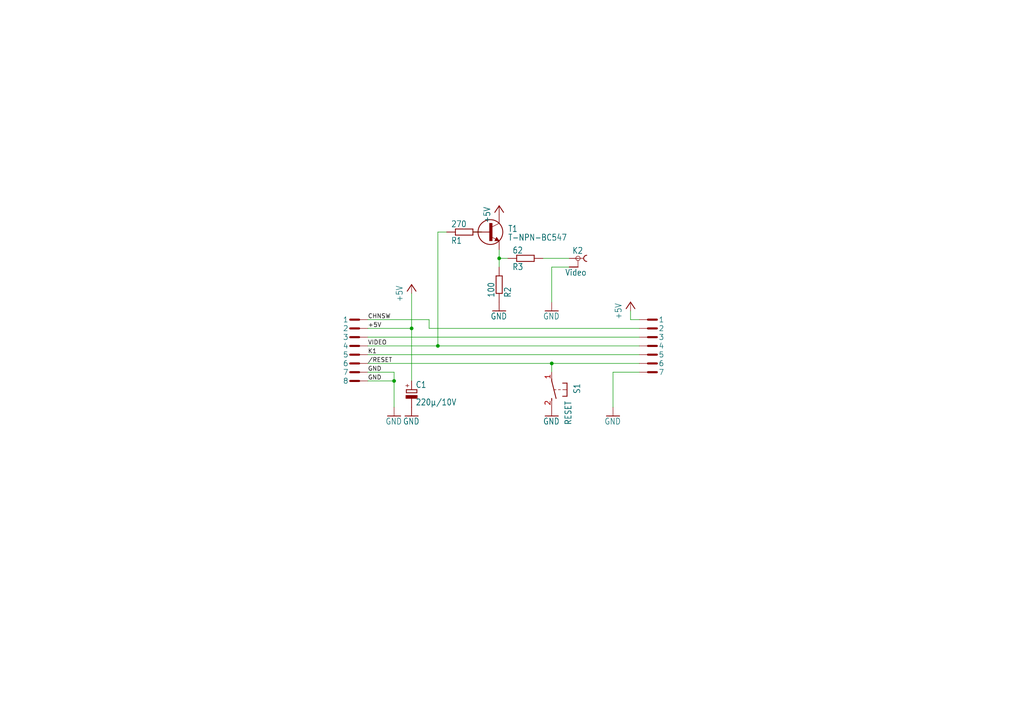
<source format=kicad_sch>
(kicad_sch (version 20250114) (generator "eeschema") (generator_version "9.0")
  (paper "A4")
  (title_block (title "Bluescreen2001 ZX81 Video Modulator") (date "2025-08-30") (rev "1"))
  (lib_symbols
    (symbol "zx81_video-eagle-import:+5V" (power)
      (symbol "+5V_1_0"
        (polyline (pts (xy 0 0) (xy -1.27 -1.905)) (stroke (width 0.254)))
        (polyline (pts (xy 1.27 -1.905) (xy 0 0)) (stroke (width 0.254)))
        (pin power_in line (at 0 -2.54 90) (length 2.54) (name "+5V") (number "1"))
      )
    )
    (symbol "zx81_video-eagle-import:31-XX"
      (property "Reference" "S" (at -6.35 -1.905 90))
      (symbol "31-XX_1_0"
        (polyline (pts (xy -4.445 1.905) (xy -4.445 0)) (stroke (width 0.254)))
        (polyline (pts (xy -4.445 1.905) (xy -3.175 1.905)) (stroke (width 0.254)))
        (polyline (pts (xy -4.445 0) (xy -4.445 -1.905)) (stroke (width 0.254)))
        (polyline (pts (xy -4.445 0) (xy -3.175 0)) (stroke (width 0.1524)))
        (polyline (pts (xy -4.445 -1.905) (xy -3.175 -1.905)) (stroke (width 0.254)))
        (polyline (pts (xy -2.54 0) (xy -1.905 0)) (stroke (width 0.1524)))
        (polyline (pts (xy -1.27 0) (xy -0.635 0)) (stroke (width 0.1524)))
        (polyline (pts (xy -0.635 0) (xy -1.27 2.54)) (stroke (width 0.254)))
        (polyline (pts (xy 0 2.54) (xy 0 3.175)) (stroke (width 0.254)))
        (polyline (pts (xy 0 -2.54) (xy -0.635 0)) (stroke (width 0.254)))
        (polyline (pts (xy 0 -3.175) (xy 0 -2.54)) (stroke (width 0.254)))
        (pin passive line (at 0 5.08 270) (length 2.54) (name "S") (number "2"))
        (pin passive line (at 0 -5.08 90) (length 2.54) (name "P") (number "1"))
      )
    )
    (symbol "zx81_video-eagle-import:CPOL-EUE2.5-6"
      (property "Reference" "C" (at 1.143 0.4826 0))
      (symbol "CPOL-EUE2.5-6_1_0"
        (rectangle (start -1.651 -2.54) (end 1.651 -1.651) (fill (type outline)))
        (polyline (pts (xy -1.524 0) (xy -1.524 -0.889)) (stroke (width 0.254)))
        (polyline (pts (xy -1.524 0) (xy 1.524 0)) (stroke (width 0.254)))
        (polyline (pts (xy -1.524 -0.889) (xy 1.524 -0.889)) (stroke (width 0.254)))
        (polyline (pts (xy 1.524 -0.889) (xy 1.524 0)) (stroke (width 0.254)))
        (text "+" (at -0.5842 0.4064 900) (effects (font (size 1.27 1.0795)) (justify left bottom)))
        (pin passive line (at 0 2.54 270) (length 2.54) (name "+") (number "+"))
        (pin passive line (at 0 -5.08 90) (length 2.54) (name "-") (number "-"))
      )
    )
    (symbol "zx81_video-eagle-import:GND" (power)
      (symbol "GND_1_0"
        (polyline (pts (xy -1.905 0) (xy 1.905 0)) (stroke (width 0.254)))
        (pin power_in line (at 0 2.54 270) (length 2.54) (name "GND") (number "1"))
      )
    )
    (symbol "zx81_video-eagle-import:PINHEAD-1X7"
      (symbol "PINHEAD-1X7_1_0"
        (polyline (pts (xy -5.08 7.62) (xy -2.54 7.62)) (stroke (width 0.6096)))
        (polyline (pts (xy -5.08 5.08) (xy -2.54 5.08)) (stroke (width 0.6096)))
        (polyline (pts (xy -5.08 2.54) (xy -2.54 2.54)) (stroke (width 0.6096)))
        (polyline (pts (xy -5.08 0) (xy -2.54 0)) (stroke (width 0.6096)))
        (polyline (pts (xy -5.08 -2.54) (xy -2.54 -2.54)) (stroke (width 0.6096)))
        (polyline (pts (xy -5.08 -5.08) (xy -2.54 -5.08)) (stroke (width 0.6096)))
        (polyline (pts (xy -5.08 -7.62) (xy -2.54 -7.62)) (stroke (width 0.6096)))
        (pin bidirectional line (at 0 7.62 180) (length 5.08) (name "1") (number "1"))
        (pin bidirectional line (at 0 5.08 180) (length 5.08) (name "2") (number "2"))
        (pin bidirectional line (at 0 2.54 180) (length 5.08) (name "3") (number "3"))
        (pin bidirectional line (at 0 0 180) (length 5.08) (name "4") (number "4"))
        (pin bidirectional line (at 0 -2.54 180) (length 5.08) (name "5") (number "5"))
        (pin bidirectional line (at 0 -5.08 180) (length 5.08) (name "6") (number "6"))
        (pin bidirectional line (at 0 -7.62 180) (length 5.08) (name "7") (number "7"))
      )
    )
    (symbol "zx81_video-eagle-import:PINHEAD-2X4"
      (symbol "PINHEAD-2X4_1_0"
        (polyline (pts (xy -5.08 7.62) (xy -2.54 7.62)) (stroke (width 0.6096)))
        (polyline (pts (xy -5.08 5.08) (xy -2.54 5.08)) (stroke (width 0.6096)))
        (polyline (pts (xy -5.08 2.54) (xy -2.54 2.54)) (stroke (width 0.6096)))
        (polyline (pts (xy -5.08 0) (xy -2.54 0)) (stroke (width 0.6096)))
        (polyline (pts (xy -5.08 -2.54) (xy -2.54 -2.54)) (stroke (width 0.6096)))
        (polyline (pts (xy -5.08 -5.08) (xy -2.54 -5.08)) (stroke (width 0.6096)))
        (polyline (pts (xy -5.08 -7.62) (xy -2.54 -7.62)) (stroke (width 0.6096)))
        (polyline (pts (xy -5.08 -10.16) (xy -2.54 -10.16)) (stroke (width 0.6096)))
        (pin bidirectional line (at 0 7.62 180) (length 5.08) (name "1") (number "1"))
        (pin bidirectional line (at 0 5.08 180) (length 5.08) (name "2") (number "2"))
        (pin bidirectional line (at 0 2.54 180) (length 5.08) (name "3") (number "3"))
        (pin bidirectional line (at 0 0 180) (length 5.08) (name "4") (number "4"))
        (pin bidirectional line (at 0 -2.54 180) (length 5.08) (name "5") (number "5"))
        (pin bidirectional line (at 0 -5.08 180) (length 5.08) (name "6") (number "6"))
        (pin bidirectional line (at 0 -7.62 180) (length 5.08) (name "7") (number "7"))
        (pin bidirectional line (at 0 -10.16 180) (length 5.08) (name "8") (number "8"))
      )
    )
    (symbol "zx81_video-eagle-import:RR207/10"
      (property "Reference" "R" (at -3.81 1.4986 0))
      (symbol "RR207/10_1_0"
        (polyline (pts (xy -2.54 -0.889) (xy -2.54 0.889)) (stroke (width 0.254)))
        (polyline (pts (xy -2.54 -0.889) (xy 2.54 -0.889)) (stroke (width 0.254)))
        (polyline (pts (xy 2.54 0.889) (xy -2.54 0.889)) (stroke (width 0.254)))
        (polyline (pts (xy 2.54 -0.889) (xy 2.54 0.889)) (stroke (width 0.254)))
        (pin passive line (at -5.08 0 0) (length 2.54) (name "1") (number "1"))
        (pin passive line (at 5.08 0 180) (length 2.54) (name "2") (number "2"))
      )
    )
    (symbol "zx81_video-eagle-import:T-NPN-BC547"
      (property "Reference" "T" (at 5.08 0 0))
      (symbol "T-NPN-BC547_1_0"
        (rectangle (start -0.254 -2.54) (end 0.508 2.54) (fill (type outline)))
        (circle (center 0 0) (radius 3.5921) (stroke (width 0.254)))
        (polyline (pts (xy 1.27 -2.54) (xy 1.778 -1.524)) (stroke (width 0.1524)))
        (polyline (pts (xy 1.524 -2.286) (xy 1.905 -2.286)) (stroke (width 0.254)))
        (polyline (pts (xy 1.524 -2.413) (xy 2.286 -2.413)) (stroke (width 0.254)))
        (polyline (pts (xy 1.54 -2.04) (xy 0.308 -1.424)) (stroke (width 0.1524)))
        (polyline (pts (xy 1.778 -1.524) (xy 2.54 -2.54)) (stroke (width 0.1524)))
        (polyline (pts (xy 1.778 -1.778) (xy 1.524 -2.286)) (stroke (width 0.254)))
        (polyline (pts (xy 1.905 -2.286) (xy 1.778 -2.032)) (stroke (width 0.254)))
        (polyline (pts (xy 2.286 -2.413) (xy 1.778 -1.778)) (stroke (width 0.254)))
        (polyline (pts (xy 2.54 2.54) (xy 0.508 1.524)) (stroke (width 0.1524)))
        (polyline (pts (xy 2.54 -2.54) (xy 1.27 -2.54)) (stroke (width 0.1524)))
        (pin passive line (at -5.08 0 0) (length 5.08) (name "B") (number "B"))
        (pin passive line (at 2.54 5.08 270) (length 2.54) (name "C") (number "C"))
        (pin passive line (at 2.54 -5.08 90) (length 2.54) (name "E") (number "E"))
      )
    )
    (symbol "zx81_video-eagle-import:TOBU3"
      (property "Reference" "X" (at -1.524 1.27 0))
      (symbol "TOBU3_1_0"
        (arc (start -2.54 0.889) (mid -1.651 0) (end -2.54 -0.889) (stroke (width 0.254)))
        (polyline (pts (xy -1.524 0) (xy 0 0)) (stroke (width 0.1524)))
        (circle (center 0 0) (radius 0.635) (stroke (width 0.1524)))
        (polyline (pts (xy 0 -2.54) (xy 0 -0.635)) (stroke (width 0.1524)))
        (pin passive line (at 2.54 0 180) (length 2.54) (name "1") (number "1"))
        (pin passive line (at 2.54 -2.54 180) (length 2.54) (name "2") (number "2"))
        (pin passive line (at 2.54 -2.54 180) (length 2.54) (name "2") (number "2@1"))
        (pin passive line (at 2.54 -2.54 180) (length 2.54) (name "2") (number "2@2"))
      )
    )
  )
  (junction (at 160.02 105.41))
  (junction (at 114.3 110.49))
  (junction (at 144.78 74.93))
  (junction (at 119.38 95.25))
  (junction (at 127 100.33))
  (wire (pts (xy 114.3 110.49) (xy 114.3 107.95)) (stroke (width 0.1524)))
  (wire (pts (xy 114.3 118.11) (xy 114.3 110.49)) (stroke (width 0.1524)))
  (wire (pts (xy 182.88 92.71) (xy 182.88 90.17)) (stroke (width 0.1524)))
  (wire (pts (xy 106.68 102.87) (xy 185.42 102.87)) (stroke (width 0.1524)))
  (wire (pts (xy 160.02 77.47) (xy 160.02 87.63)) (stroke (width 0.1524)))
  (wire (pts (xy 129.54 67.31) (xy 127 67.31)) (stroke (width 0.1524)))
  (wire (pts (xy 160.02 105.41) (xy 185.42 105.41)) (stroke (width 0.1524)))
  (wire (pts (xy 106.68 95.25) (xy 119.38 95.25)) (stroke (width 0.1524)))
  (wire (pts (xy 139.7 67.31) (xy 137.16 67.31)) (stroke (width 0.1524)))
  (wire (pts (xy 144.78 74.93) (xy 147.32 74.93)) (stroke (width 0.1524)))
  (wire (pts (xy 157.48 74.93) (xy 165.1 74.93)) (stroke (width 0.1524)))
  (wire (pts (xy 160.02 107.95) (xy 160.02 105.41)) (stroke (width 0.1524)))
  (wire (pts (xy 119.38 95.25) (xy 119.38 85.09)) (stroke (width 0.1524)))
  (wire (pts (xy 106.68 92.71) (xy 124.46 92.71)) (stroke (width 0.1524)))
  (wire (pts (xy 127 67.31) (xy 127 100.33)) (stroke (width 0.1524)))
  (wire (pts (xy 106.68 97.79) (xy 185.42 97.79)) (stroke (width 0.1524)))
  (wire (pts (xy 165.1 77.47) (xy 160.02 77.47)) (stroke (width 0.1524)))
  (wire (pts (xy 124.46 92.71) (xy 124.46 95.25)) (stroke (width 0.1524)))
  (wire (pts (xy 106.68 110.49) (xy 114.3 110.49)) (stroke (width 0.1524)))
  (wire (pts (xy 106.68 100.33) (xy 127 100.33)) (stroke (width 0.1524)))
  (wire (pts (xy 144.78 74.93) (xy 144.78 72.39)) (stroke (width 0.1524)))
  (wire (pts (xy 106.68 105.41) (xy 160.02 105.41)) (stroke (width 0.1524)))
  (wire (pts (xy 185.42 92.71) (xy 182.88 92.71)) (stroke (width 0.1524)))
  (wire (pts (xy 127 100.33) (xy 185.42 100.33)) (stroke (width 0.1524)))
  (wire (pts (xy 124.46 95.25) (xy 185.42 95.25)) (stroke (width 0.1524)))
  (wire (pts (xy 144.78 77.47) (xy 144.78 74.93)) (stroke (width 0.1524)))
  (wire (pts (xy 177.8 118.11) (xy 177.8 107.95)) (stroke (width 0.1524)))
  (wire (pts (xy 119.38 110.49) (xy 119.38 95.25)) (stroke (width 0.1524)))
  (wire (pts (xy 177.8 107.95) (xy 185.42 107.95)) (stroke (width 0.1524)))
  (wire (pts (xy 106.68 107.95) (xy 114.3 107.95)) (stroke (width 0.1524)))
  (label "GND" (at 106.68 107.95 0) (effects (font (size 1.2446 1.2446))))
  (label "GND" (at 106.68 110.49 0) (effects (font (size 1.2446 1.2446))))
  (label "/RESET" (at 106.68 105.41 0) (effects (font (size 1.2446 1.2446))))
  (label "VIDEO" (at 106.68 100.33 0) (effects (font (size 1.2446 1.2446))))
  (label "K1" (at 106.68 102.87 0) (effects (font (size 1.2446 1.2446))))
  (label "+5V" (at 106.68 95.25 0) (effects (font (size 1.2446 1.2446))))
  (label "CHNSW" (at 106.68 92.71 0) (effects (font (size 1.2446 1.2446))))
  (symbol (lib_id "zx81_video-eagle-import:GND") (at 177.8 120.65 0) (unit 1)
    (property "Reference" "#GND4" (effects (hide yes)))
    (property "Value" "GND" (at 175.26 123.19 0) (effects (font (size 1.778 1.5113)) (justify left bottom)))
  )
  (symbol (lib_id "zx81_video-eagle-import:T-NPN-BC547") (at 142.24 67.31 0) (unit 1)
    (property "Reference" "T1" (at 147.32 67.31 0) (effects (font (size 1.778 1.5113)) (justify left bottom)))
    (property "Value" "T-NPN-BC547" (at 147.32 69.85 0) (effects (font (size 1.778 1.5113)) (justify left bottom)))
    (property "Footprint" "zx81_video:TO92" (effects (hide yes)))
  )
  (symbol (lib_id "zx81_video-eagle-import:+5V") (at 182.88 87.63 0) (unit 1)
    (property "Reference" "#P+3" (effects (hide yes)))
    (property "Value" "+5V" (at 180.34 92.71 90) (effects (font (size 1.778 1.5113)) (justify left bottom)))
  )
  (symbol (lib_id "zx81_video-eagle-import:CPOL-EUE2.5-6") (at 119.38 113.03 0) (unit 1)
    (property "Reference" "C1" (at 120.523 112.5474 0) (effects (font (size 1.778 1.5113)) (justify left bottom)))
    (property "Value" "220µ/10V" (at 120.523 117.6274 0) (effects (font (size 1.778 1.5113)) (justify left bottom)))
    (property "Footprint" "zx81_video:E2,5-6" (effects (hide yes)))
  )
  (symbol (lib_id "zx81_video-eagle-import:RR207/10") (at 134.62 67.31 0) (mirror x) (unit 1)
    (property "Reference" "R1" (at 130.81 68.8086 0) (effects (font (size 1.778 1.5113)) (justify left bottom)))
    (property "Value" "270" (at 130.81 64.008 0) (effects (font (size 1.778 1.5113)) (justify left bottom)))
    (property "Footprint" "zx81_video:R207_10" (effects (hide yes)))
  )
  (symbol (lib_id "zx81_video-eagle-import:PINHEAD-1X7") (at 185.42 100.33 0) (mirror y) (unit 1)
    (property "Reference" "K3" (effects (hide yes)))
    (property "Value" "PINHEAD-1X7" (effects (hide yes)))
    (property "Footprint" "zx81_video:PINHEAD1X7" (effects (hide yes)))
  )
  (symbol (lib_id "zx81_video-eagle-import:GND") (at 114.3 120.65 0) (unit 1)
    (property "Reference" "#GND1" (effects (hide yes)))
    (property "Value" "GND" (at 111.76 123.19 0) (effects (font (size 1.778 1.5113)) (justify left bottom)))
  )
  (symbol (lib_id "zx81_video-eagle-import:31-XX") (at 160.02 113.03 180) (unit 1)
    (property "Reference" "S1" (at 166.37 111.125 90) (effects (font (size 1.778 1.5113)) (justify left bottom)))
    (property "Value" "RESET" (at 163.83 116.205 90) (effects (font (size 1.778 1.5113)) (justify left bottom)))
    (property "Footprint" "zx81_video:B3F-31XX" (effects (hide yes)))
  )
  (symbol (lib_id "zx81_video-eagle-import:+5V") (at 144.78 59.69 0) (unit 1)
    (property "Reference" "#P+4" (effects (hide yes)))
    (property "Value" "+5V" (at 142.24 64.77 90) (effects (font (size 1.778 1.5113)) (justify left bottom)))
  )
  (symbol (lib_id "zx81_video-eagle-import:GND") (at 160.02 120.65 0) (unit 1)
    (property "Reference" "#GND3" (effects (hide yes)))
    (property "Value" "GND" (at 157.48 123.19 0) (effects (font (size 1.778 1.5113)) (justify left bottom)))
  )
  (symbol (lib_id "zx81_video-eagle-import:GND") (at 160.02 90.17 0) (unit 1)
    (property "Reference" "#GND2" (effects (hide yes)))
    (property "Value" "GND" (at 157.48 92.71 0) (effects (font (size 1.778 1.5113)) (justify left bottom)))
  )
  (symbol (lib_id "zx81_video-eagle-import:PINHEAD-2X4") (at 106.68 100.33 0) (unit 1)
    (property "Reference" "K6" (effects (hide yes)))
    (property "Value" "PINHEAD-2X4" (effects (hide yes)))
    (property "Footprint" "zx81_video:PINHEAD2X4" (effects (hide yes)))
  )
  (symbol (lib_id "zx81_video-eagle-import:RR207/10") (at 152.4 74.93 0) (mirror x) (unit 1)
    (property "Reference" "R3" (at 148.59 76.4286 0) (effects (font (size 1.778 1.5113)) (justify left bottom)))
    (property "Value" "62" (at 148.59 71.628 0) (effects (font (size 1.778 1.5113)) (justify left bottom)))
    (property "Footprint" "zx81_video:R207_10" (effects (hide yes)))
  )
  (symbol (lib_id "zx81_video-eagle-import:+5V") (at 119.38 82.55 0) (unit 1)
    (property "Reference" "#P+1" (effects (hide yes)))
    (property "Value" "+5V" (at 116.84 87.63 90) (effects (font (size 1.778 1.5113)) (justify left bottom)))
  )
  (symbol (lib_id "zx81_video-eagle-import:GND") (at 144.78 90.17 0) (unit 1)
    (property "Reference" "#GND18" (effects (hide yes)))
    (property "Value" "GND" (at 142.24 92.71 0) (effects (font (size 1.778 1.5113)) (justify left bottom)))
  )
  (symbol (lib_id "zx81_video-eagle-import:TOBU3") (at 167.64 74.93 0) (mirror y) (unit 1)
    (property "Reference" "K2" (at 169.164 73.66 0) (effects (font (size 1.778 1.5113)) (justify left bottom)))
    (property "Value" "Video" (at 170.18 80.01 0) (effects (font (size 1.778 1.5113)) (justify left bottom)))
    (property "Footprint" "zx81_video:TOBU3" (effects (hide yes)))
  )
  (symbol (lib_id "zx81_video-eagle-import:RR207/10") (at 144.78 82.55 270) (mirror x) (unit 1)
    (property "Reference" "R2" (at 146.2786 86.36 0) (effects (font (size 1.778 1.5113)) (justify left bottom)))
    (property "Value" "100" (at 141.478 86.36 0) (effects (font (size 1.778 1.5113)) (justify left bottom)))
    (property "Footprint" "zx81_video:R207_10" (effects (hide yes)))
  )
  (symbol (lib_id "zx81_video-eagle-import:GND") (at 119.38 120.65 0) (unit 1)
    (property "Reference" "#GND21" (effects (hide yes)))
    (property "Value" "GND" (at 116.84 123.19 0) (effects (font (size 1.778 1.5113)) (justify left bottom)))
  )
)
</source>
